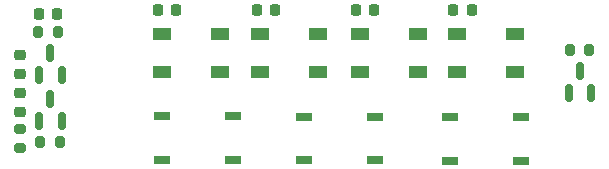
<source format=gbr>
G04 #@! TF.GenerationSoftware,KiCad,Pcbnew,(6.0.1-0)*
G04 #@! TF.CreationDate,2022-02-08T22:38:28+01:00*
G04 #@! TF.ProjectId,U:I WS,553a4920-5753-42e6-9b69-6361645f7063,rev?*
G04 #@! TF.SameCoordinates,Original*
G04 #@! TF.FileFunction,Paste,Top*
G04 #@! TF.FilePolarity,Positive*
%FSLAX46Y46*%
G04 Gerber Fmt 4.6, Leading zero omitted, Abs format (unit mm)*
G04 Created by KiCad (PCBNEW (6.0.1-0)) date 2022-02-08 22:38:28*
%MOMM*%
%LPD*%
G01*
G04 APERTURE LIST*
G04 Aperture macros list*
%AMRoundRect*
0 Rectangle with rounded corners*
0 $1 Rounding radius*
0 $2 $3 $4 $5 $6 $7 $8 $9 X,Y pos of 4 corners*
0 Add a 4 corners polygon primitive as box body*
4,1,4,$2,$3,$4,$5,$6,$7,$8,$9,$2,$3,0*
0 Add four circle primitives for the rounded corners*
1,1,$1+$1,$2,$3*
1,1,$1+$1,$4,$5*
1,1,$1+$1,$6,$7*
1,1,$1+$1,$8,$9*
0 Add four rect primitives between the rounded corners*
20,1,$1+$1,$2,$3,$4,$5,0*
20,1,$1+$1,$4,$5,$6,$7,0*
20,1,$1+$1,$6,$7,$8,$9,0*
20,1,$1+$1,$8,$9,$2,$3,0*%
G04 Aperture macros list end*
%ADD10R,1.500000X1.000000*%
%ADD11RoundRect,0.218750X0.218750X0.256250X-0.218750X0.256250X-0.218750X-0.256250X0.218750X-0.256250X0*%
%ADD12R,1.450000X0.700000*%
%ADD13RoundRect,0.218750X-0.256250X0.218750X-0.256250X-0.218750X0.256250X-0.218750X0.256250X0.218750X0*%
%ADD14RoundRect,0.218750X0.256250X-0.218750X0.256250X0.218750X-0.256250X0.218750X-0.256250X-0.218750X0*%
%ADD15RoundRect,0.200000X0.200000X0.275000X-0.200000X0.275000X-0.200000X-0.275000X0.200000X-0.275000X0*%
%ADD16RoundRect,0.150000X0.150000X-0.587500X0.150000X0.587500X-0.150000X0.587500X-0.150000X-0.587500X0*%
%ADD17RoundRect,0.200000X-0.200000X-0.275000X0.200000X-0.275000X0.200000X0.275000X-0.200000X0.275000X0*%
%ADD18RoundRect,0.225000X0.225000X0.250000X-0.225000X0.250000X-0.225000X-0.250000X0.225000X-0.250000X0*%
%ADD19RoundRect,0.200000X0.275000X-0.200000X0.275000X0.200000X-0.275000X0.200000X-0.275000X-0.200000X0*%
G04 APERTURE END LIST*
D10*
X57537500Y-65150000D03*
X57537500Y-68350000D03*
X62437500Y-68350000D03*
X62437500Y-65150000D03*
X65887500Y-65150000D03*
X65887500Y-68350000D03*
X70787500Y-68350000D03*
X70787500Y-65150000D03*
X74287500Y-65150000D03*
X74287500Y-68350000D03*
X79187500Y-68350000D03*
X79187500Y-65150000D03*
X82537500Y-65150000D03*
X82537500Y-68350000D03*
X87437500Y-68350000D03*
X87437500Y-65150000D03*
D11*
X58775000Y-63100000D03*
X57200000Y-63100000D03*
X67137500Y-63150000D03*
X65562500Y-63150000D03*
X75537500Y-63150000D03*
X73962500Y-63150000D03*
X83787500Y-63150000D03*
X82212500Y-63150000D03*
D12*
X57587500Y-75850000D03*
X57587500Y-72150000D03*
X63587500Y-75850000D03*
X63587500Y-72150000D03*
D13*
X45542200Y-70181500D03*
X45542200Y-71756500D03*
D12*
X69579500Y-75862000D03*
X69579500Y-72162000D03*
X75579500Y-75862000D03*
X75579500Y-72162000D03*
D14*
X45542200Y-68530500D03*
X45542200Y-66955500D03*
D15*
X93725000Y-66550000D03*
X92075000Y-66550000D03*
D16*
X47162400Y-68650800D03*
X49062400Y-68650800D03*
X48112400Y-66775800D03*
X47157600Y-72513700D03*
X49057600Y-72513700D03*
X48107600Y-70638700D03*
D17*
X47231800Y-74296300D03*
X48881800Y-74296300D03*
D18*
X48691800Y-63474600D03*
X47141800Y-63474600D03*
D12*
X81979500Y-75912000D03*
X81979500Y-72212000D03*
X87979500Y-75912000D03*
X87979500Y-72212000D03*
D19*
X45542200Y-74854100D03*
X45542200Y-73204100D03*
D16*
X92000000Y-70200000D03*
X93900000Y-70200000D03*
X92950000Y-68325000D03*
D15*
X48742600Y-64974500D03*
X47092600Y-64974500D03*
M02*

</source>
